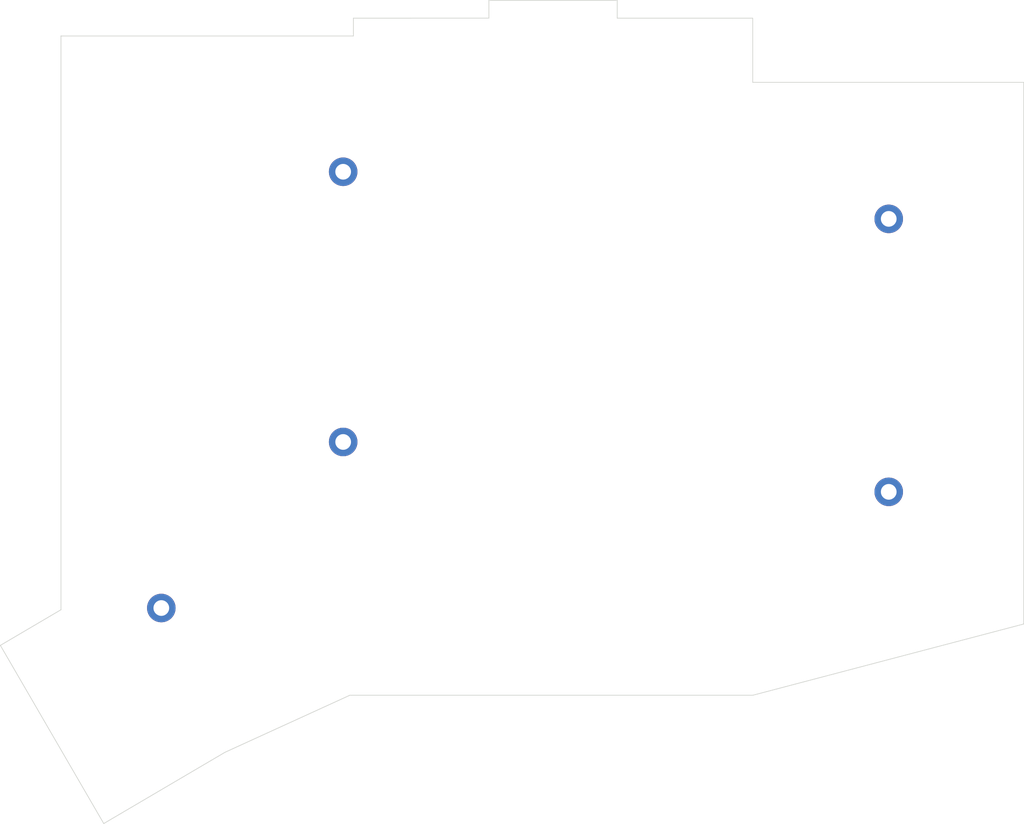
<source format=kicad_pcb>
(kicad_pcb (version 20171130) (host pcbnew 5.1.5-52549c5~86~ubuntu19.10.1)

  (general
    (thickness 1.6)
    (drawings 18)
    (tracks 0)
    (zones 0)
    (modules 5)
    (nets 1)
  )

  (page A4)
  (layers
    (0 F.Cu signal)
    (31 B.Cu signal)
    (32 B.Adhes user)
    (33 F.Adhes user)
    (34 B.Paste user)
    (35 F.Paste user)
    (36 B.SilkS user)
    (37 F.SilkS user)
    (38 B.Mask user)
    (39 F.Mask user)
    (40 Dwgs.User user)
    (41 Cmts.User user)
    (42 Eco1.User user)
    (43 Eco2.User user)
    (44 Edge.Cuts user)
    (45 Margin user)
    (46 B.CrtYd user)
    (47 F.CrtYd user)
    (48 B.Fab user)
    (49 F.Fab user)
  )

  (setup
    (last_trace_width 0.25)
    (trace_clearance 0.2)
    (zone_clearance 0.508)
    (zone_45_only no)
    (trace_min 0.2)
    (via_size 0.6)
    (via_drill 0.4)
    (via_min_size 0.4)
    (via_min_drill 0.3)
    (uvia_size 0.3)
    (uvia_drill 0.1)
    (uvias_allowed no)
    (uvia_min_size 0.2)
    (uvia_min_drill 0.1)
    (edge_width 0.15)
    (segment_width 0.2)
    (pcb_text_width 0.3)
    (pcb_text_size 1.5 1.5)
    (mod_edge_width 0.15)
    (mod_text_size 1 1)
    (mod_text_width 0.15)
    (pad_size 4 4)
    (pad_drill 2.2)
    (pad_to_mask_clearance 0.2)
    (aux_axis_origin 0 0)
    (visible_elements FFFFFF7F)
    (pcbplotparams
      (layerselection 0x010f0_80000001)
      (usegerberextensions false)
      (usegerberattributes false)
      (usegerberadvancedattributes false)
      (creategerberjobfile false)
      (excludeedgelayer true)
      (linewidth 0.100000)
      (plotframeref false)
      (viasonmask false)
      (mode 1)
      (useauxorigin false)
      (hpglpennumber 1)
      (hpglpenspeed 20)
      (hpglpendiameter 15.000000)
      (psnegative false)
      (psa4output false)
      (plotreference true)
      (plotvalue true)
      (plotinvisibletext false)
      (padsonsilk false)
      (subtractmaskfromsilk false)
      (outputformat 1)
      (mirror false)
      (drillshape 1)
      (scaleselection 1)
      (outputdirectory "gerbers/"))
  )

  (net 0 "")

  (net_class Default "This is the default net class."
    (clearance 0.2)
    (trace_width 0.25)
    (via_dia 0.6)
    (via_drill 0.4)
    (uvia_dia 0.3)
    (uvia_drill 0.1)
  )

  (module Wire_Pads:SolderWirePad_single_0-8mmDrill (layer F.Cu) (tedit 5EAC2A1B) (tstamp 5ABD66D0)
    (at 89.400562 69.230774)
    (fp_text reference "" (at 0 0) (layer F.SilkS)
      (effects (font (size 1.27 1.27) (thickness 0.15)))
    )
    (fp_text value "" (at 0 0) (layer F.SilkS)
      (effects (font (size 1.27 1.27) (thickness 0.15)))
    )
    (pad 1 thru_hole circle (at 0 0) (size 4 4) (drill 2.2) (layers *.Cu *.Mask))
  )

  (module Wire_Pads:SolderWirePad_single_0-8mmDrill (layer F.Cu) (tedit 0) (tstamp 5ABD66D0)
    (at 165.90028 75.841123)
    (fp_text reference "" (at 0 0) (layer F.SilkS)
      (effects (font (size 1.27 1.27) (thickness 0.15)))
    )
    (fp_text value "" (at 0 0) (layer F.SilkS)
      (effects (font (size 1.27 1.27) (thickness 0.15)))
    )
    (pad 2 thru_hole circle (at 0 0) (size 4 4) (drill 2.2) (layers *.Cu *.Mask))
  )

  (module Wire_Pads:SolderWirePad_single_0-8mmDrill (layer F.Cu) (tedit 0) (tstamp 5ABD66D0)
    (at 165.90028 114.140512)
    (fp_text reference "" (at 0 0) (layer F.SilkS)
      (effects (font (size 1.27 1.27) (thickness 0.15)))
    )
    (fp_text value "" (at 0 0) (layer F.SilkS)
      (effects (font (size 1.27 1.27) (thickness 0.15)))
    )
    (pad 3 thru_hole circle (at 0 0) (size 4 4) (drill 2.2) (layers *.Cu *.Mask))
  )

  (module Wire_Pads:SolderWirePad_single_0-8mmDrill (layer F.Cu) (tedit 0) (tstamp 5ABD66D0)
    (at 63.901882 130.442232)
    (fp_text reference "" (at 0 0) (layer F.SilkS)
      (effects (font (size 1.27 1.27) (thickness 0.15)))
    )
    (fp_text value "" (at 0 0) (layer F.SilkS)
      (effects (font (size 1.27 1.27) (thickness 0.15)))
    )
    (pad 4 thru_hole circle (at 0 0) (size 4 4) (drill 2.2) (layers *.Cu *.Mask))
  )

  (module Wire_Pads:SolderWirePad_single_0-8mmDrill (layer F.Cu) (tedit 0) (tstamp 5ABD66D0)
    (at 89.401833 107.142305)
    (fp_text reference "" (at 0 0) (layer F.SilkS)
      (effects (font (size 1.27 1.27) (thickness 0.15)))
    )
    (fp_text value "" (at 0 0) (layer F.SilkS)
      (effects (font (size 1.27 1.27) (thickness 0.15)))
    )
    (pad 5 thru_hole circle (at 0 0) (size 4 4) (drill 2.2) (layers *.Cu *.Mask))
  )

  (gr_line (start 49.829901 50.183314) (end 90.830951 50.181114) (layer Edge.Cuts) (width 0.1))
  (gr_line (start 90.830951 50.181114) (end 90.830686 47.683968) (layer Edge.Cuts) (width 0.1))
  (gr_line (start 90.830686 47.683968) (end 109.830183 47.681768) (layer Edge.Cuts) (width 0.1))
  (gr_line (start 109.830183 47.681768) (end 109.829918 45.182072) (layer Edge.Cuts) (width 0.1))
  (gr_line (start 109.829918 45.182072) (end 127.830898 45.182072) (layer Edge.Cuts) (width 0.1))
  (gr_line (start 127.830898 45.182072) (end 127.830898 47.683953) (layer Edge.Cuts) (width 0.1))
  (gr_line (start 127.830898 47.683953) (end 146.8301 47.683953) (layer Edge.Cuts) (width 0.1))
  (gr_line (start 146.8301 47.683953) (end 146.83025 56.683474) (layer Edge.Cuts) (width 0.1))
  (gr_line (start 146.83025 56.683474) (end 184.8309 56.683474) (layer Edge.Cuts) (width 0.1))
  (gr_line (start 184.8309 56.683474) (end 184.8309 132.682513) (layer Edge.Cuts) (width 0.1))
  (gr_line (start 184.8309 132.682513) (end 146.82996 142.68249) (layer Edge.Cuts) (width 0.1))
  (gr_line (start 146.82996 142.68249) (end 90.330201 142.68249) (layer Edge.Cuts) (width 0.1))
  (gr_line (start 90.330201 142.68249) (end 72.829601 150.68349) (layer Edge.Cuts) (width 0.1))
  (gr_line (start 72.829601 150.68349) (end 55.829889 160.68082) (layer Edge.Cuts) (width 0.1))
  (gr_line (start 55.829889 160.68082) (end 41.331626 135.682243) (layer Edge.Cuts) (width 0.1))
  (gr_line (start 41.331626 135.682243) (end 49.830433 130.681001) (layer Edge.Cuts) (width 0.1))
  (gr_line (start 49.830433 130.681001) (end 49.829901 50.183314) (layer Edge.Cuts) (width 0.1))
  (gr_line (start 49.829901 50.183314) (end 49.829901 50.183314) (layer Edge.Cuts) (width 0.1))

)

</source>
